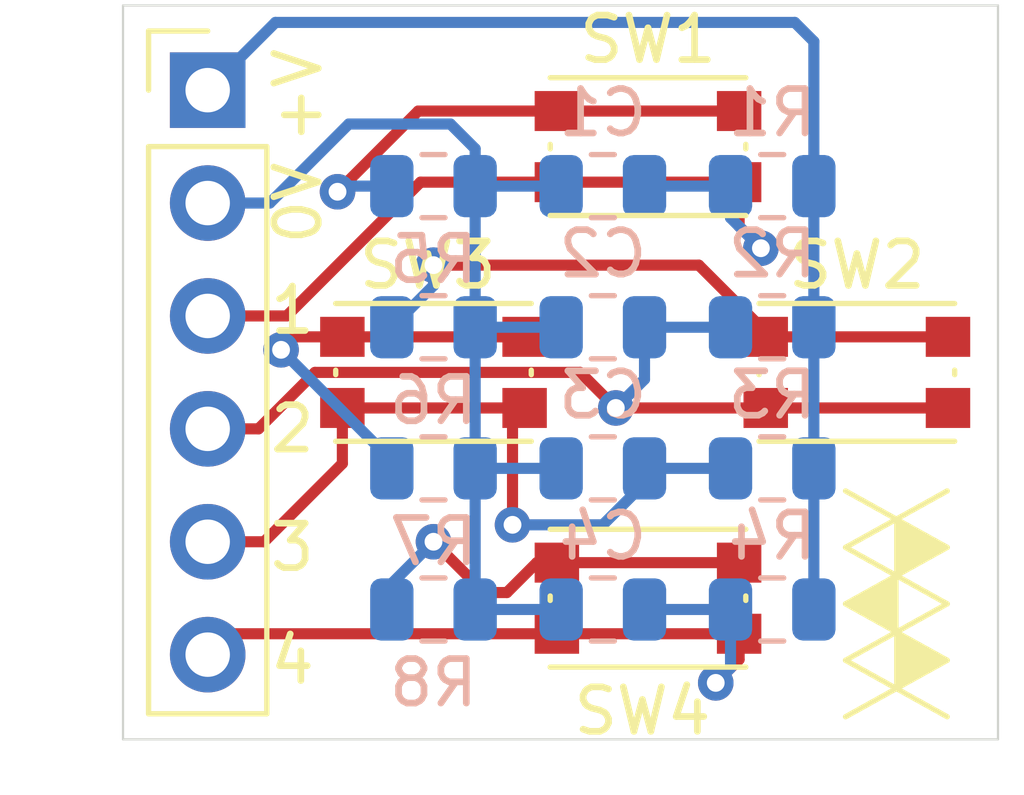
<source format=kicad_pcb>
(kicad_pcb (version 20171130) (host pcbnew "(5.1.2)-1")

  (general
    (thickness 1.6)
    (drawings 10)
    (tracks 86)
    (zones 0)
    (modules 18)
    (nets 11)
  )

  (page A4)
  (layers
    (0 F.Cu signal)
    (31 B.Cu signal)
    (32 B.Adhes user)
    (33 F.Adhes user)
    (34 B.Paste user)
    (35 F.Paste user)
    (36 B.SilkS user)
    (37 F.SilkS user)
    (38 B.Mask user)
    (39 F.Mask user)
    (40 Dwgs.User user)
    (41 Cmts.User user)
    (42 Eco1.User user)
    (43 Eco2.User user)
    (44 Edge.Cuts user)
    (45 Margin user)
    (46 B.CrtYd user)
    (47 F.CrtYd user)
    (48 B.Fab user)
    (49 F.Fab user)
  )

  (setup
    (last_trace_width 0.25)
    (trace_clearance 0.2)
    (zone_clearance 0.508)
    (zone_45_only no)
    (trace_min 0.2)
    (via_size 0.8)
    (via_drill 0.4)
    (via_min_size 0.4)
    (via_min_drill 0.3)
    (uvia_size 0.3)
    (uvia_drill 0.1)
    (uvias_allowed no)
    (uvia_min_size 0.2)
    (uvia_min_drill 0.1)
    (edge_width 0.05)
    (segment_width 0.2)
    (pcb_text_width 0.3)
    (pcb_text_size 1.5 1.5)
    (mod_edge_width 0.12)
    (mod_text_size 1 1)
    (mod_text_width 0.15)
    (pad_size 1.524 1.524)
    (pad_drill 0.762)
    (pad_to_mask_clearance 0.051)
    (solder_mask_min_width 0.25)
    (aux_axis_origin 0 0)
    (visible_elements 7FFFFFFF)
    (pcbplotparams
      (layerselection 0x010fc_ffffffff)
      (usegerberextensions false)
      (usegerberattributes false)
      (usegerberadvancedattributes false)
      (creategerberjobfile false)
      (excludeedgelayer true)
      (linewidth 0.100000)
      (plotframeref false)
      (viasonmask false)
      (mode 1)
      (useauxorigin false)
      (hpglpennumber 1)
      (hpglpenspeed 20)
      (hpglpendiameter 15.000000)
      (psnegative false)
      (psa4output false)
      (plotreference true)
      (plotvalue true)
      (plotinvisibletext false)
      (padsonsilk false)
      (subtractmaskfromsilk false)
      (outputformat 1)
      (mirror false)
      (drillshape 0)
      (scaleselection 1)
      (outputdirectory "gbr/"))
  )

  (net 0 "")
  (net 1 GND)
  (net 2 OUT1)
  (net 3 OUT2)
  (net 4 OUT3)
  (net 5 OUT4)
  (net 6 +V)
  (net 7 "Net-(R5-Pad1)")
  (net 8 "Net-(R6-Pad1)")
  (net 9 "Net-(R7-Pad1)")
  (net 10 "Net-(R8-Pad1)")

  (net_class Default "This is the default net class."
    (clearance 0.2)
    (trace_width 0.25)
    (via_dia 0.8)
    (via_drill 0.4)
    (uvia_dia 0.3)
    (uvia_drill 0.1)
    (add_net +V)
    (add_net GND)
    (add_net "Net-(R5-Pad1)")
    (add_net "Net-(R6-Pad1)")
    (add_net "Net-(R7-Pad1)")
    (add_net "Net-(R8-Pad1)")
    (add_net OUT1)
    (add_net OUT2)
    (add_net OUT3)
    (add_net OUT4)
  )

  (module Symbol:Logo_WM (layer F.Cu) (tedit 5EA02B73) (tstamp 5EA56D2C)
    (at 122.174 92.837 90)
    (fp_text reference REF** (at 0 -2.286 90) (layer F.SilkS) hide
      (effects (font (size 1 1) (thickness 0.15)))
    )
    (fp_text value Logo_WM (at 0 2.032 90) (layer F.Fab)
      (effects (font (size 1 1) (thickness 0.15)))
    )
    (fp_poly (pts (xy 0.635 0) (xy 1.905 0) (xy 1.27 1.143)) (layer F.SilkS) (width 0.1))
    (fp_poly (pts (xy -0.635 0) (xy 0.635 0) (xy 0 -1.143)) (layer F.SilkS) (width 0.1))
    (fp_poly (pts (xy -1.905 0) (xy -0.635 0) (xy -1.27 1.143)) (layer F.SilkS) (width 0.1))
    (fp_line (start 1.905 0) (end 2.54 1.143) (layer F.SilkS) (width 0.12))
    (fp_line (start 2.54 -1.143) (end 1.905 0) (layer F.SilkS) (width 0.12))
    (fp_line (start -2.54 1.143) (end -1.905 0) (layer F.SilkS) (width 0.12))
    (fp_line (start -1.905 0) (end -2.54 -1.143) (layer F.SilkS) (width 0.12))
    (fp_line (start -0.635 0) (end -1.27 -1.143) (layer F.SilkS) (width 0.12))
    (fp_line (start -1.905 0) (end -1.27 1.143) (layer F.SilkS) (width 0.12))
    (fp_line (start -1.27 -1.143) (end -1.905 0) (layer F.SilkS) (width 0.12))
    (fp_line (start -1.27 1.143) (end -0.635 0) (layer F.SilkS) (width 0.12))
    (fp_line (start 1.27 -1.143) (end 0.635 0) (layer F.SilkS) (width 0.12))
    (fp_line (start 0.635 0) (end 1.27 1.143) (layer F.SilkS) (width 0.12))
    (fp_line (start 1.27 1.143) (end 1.905 0) (layer F.SilkS) (width 0.12))
    (fp_line (start 1.905 0) (end 1.27 -1.143) (layer F.SilkS) (width 0.12))
    (fp_line (start 0.635 0) (end 0 -1.143) (layer F.SilkS) (width 0.12))
    (fp_line (start 0 1.143) (end 0.635 0) (layer F.SilkS) (width 0.12))
    (fp_line (start -0.635 0) (end 0 1.143) (layer F.SilkS) (width 0.12))
    (fp_line (start 0 -1.143) (end -0.635 0) (layer F.SilkS) (width 0.12))
  )

  (module Button_Switch_SMD:SW_Push_1P1T_NO_CK_KMR2 (layer F.Cu) (tedit 5A02FC95) (tstamp 5EA5536B)
    (at 116.586 92.71)
    (descr "CK components KMR2 tactile switch http://www.ckswitches.com/media/1479/kmr2.pdf")
    (tags "tactile switch kmr2")
    (path /5EA75854)
    (attr smd)
    (fp_text reference SW4 (at -0.127 2.54 180) (layer F.SilkS)
      (effects (font (size 1 1) (thickness 0.15)))
    )
    (fp_text value SW_Push (at 0 2.55) (layer F.Fab)
      (effects (font (size 1 1) (thickness 0.15)))
    )
    (fp_line (start -2.2 0.05) (end -2.2 -0.05) (layer F.SilkS) (width 0.12))
    (fp_line (start 2.2 -1.55) (end -2.2 -1.55) (layer F.SilkS) (width 0.12))
    (fp_line (start -2.2 1.55) (end 2.2 1.55) (layer F.SilkS) (width 0.12))
    (fp_circle (center 0 0) (end 0 0.8) (layer F.Fab) (width 0.1))
    (fp_line (start -2.8 1.8) (end -2.8 -1.8) (layer F.CrtYd) (width 0.05))
    (fp_line (start 2.8 1.8) (end -2.8 1.8) (layer F.CrtYd) (width 0.05))
    (fp_line (start 2.8 -1.8) (end 2.8 1.8) (layer F.CrtYd) (width 0.05))
    (fp_line (start -2.8 -1.8) (end 2.8 -1.8) (layer F.CrtYd) (width 0.05))
    (fp_line (start 2.2 0.05) (end 2.2 -0.05) (layer F.SilkS) (width 0.12))
    (fp_line (start -2.1 1.4) (end -2.1 -1.4) (layer F.Fab) (width 0.1))
    (fp_line (start 2.1 1.4) (end -2.1 1.4) (layer F.Fab) (width 0.1))
    (fp_line (start 2.1 -1.4) (end 2.1 1.4) (layer F.Fab) (width 0.1))
    (fp_line (start -2.1 -1.4) (end 2.1 -1.4) (layer F.Fab) (width 0.1))
    (fp_text user %R (at 0 -2.45) (layer F.Fab)
      (effects (font (size 1 1) (thickness 0.15)))
    )
    (pad 2 smd rect (at 2.05 0.8 90) (size 0.9 1) (layers F.Cu F.Paste F.Mask)
      (net 5 OUT4))
    (pad 1 smd rect (at 2.05 -0.8 90) (size 0.9 1) (layers F.Cu F.Paste F.Mask)
      (net 10 "Net-(R8-Pad1)"))
    (pad 2 smd rect (at -2.05 0.8 90) (size 0.9 1) (layers F.Cu F.Paste F.Mask)
      (net 5 OUT4))
    (pad 1 smd rect (at -2.05 -0.8 90) (size 0.9 1) (layers F.Cu F.Paste F.Mask)
      (net 10 "Net-(R8-Pad1)"))
    (model ${KISYS3DMOD}/Button_Switch_SMD.3dshapes/SW_Push_1P1T_NO_CK_KMR2.wrl
      (at (xyz 0 0 0))
      (scale (xyz 1 1 1))
      (rotate (xyz 0 0 0))
    )
  )

  (module Button_Switch_SMD:SW_Push_1P1T_NO_CK_KMR2 (layer F.Cu) (tedit 5A02FC95) (tstamp 5EA55355)
    (at 111.76 87.63)
    (descr "CK components KMR2 tactile switch http://www.ckswitches.com/media/1479/kmr2.pdf")
    (tags "tactile switch kmr2")
    (path /5EA73A37)
    (attr smd)
    (fp_text reference SW3 (at -0.127 -2.413 180) (layer F.SilkS)
      (effects (font (size 1 1) (thickness 0.15)))
    )
    (fp_text value SW_Push (at 0 2.55) (layer F.Fab)
      (effects (font (size 1 1) (thickness 0.15)))
    )
    (fp_line (start -2.2 0.05) (end -2.2 -0.05) (layer F.SilkS) (width 0.12))
    (fp_line (start 2.2 -1.55) (end -2.2 -1.55) (layer F.SilkS) (width 0.12))
    (fp_line (start -2.2 1.55) (end 2.2 1.55) (layer F.SilkS) (width 0.12))
    (fp_circle (center 0 0) (end 0 0.8) (layer F.Fab) (width 0.1))
    (fp_line (start -2.8 1.8) (end -2.8 -1.8) (layer F.CrtYd) (width 0.05))
    (fp_line (start 2.8 1.8) (end -2.8 1.8) (layer F.CrtYd) (width 0.05))
    (fp_line (start 2.8 -1.8) (end 2.8 1.8) (layer F.CrtYd) (width 0.05))
    (fp_line (start -2.8 -1.8) (end 2.8 -1.8) (layer F.CrtYd) (width 0.05))
    (fp_line (start 2.2 0.05) (end 2.2 -0.05) (layer F.SilkS) (width 0.12))
    (fp_line (start -2.1 1.4) (end -2.1 -1.4) (layer F.Fab) (width 0.1))
    (fp_line (start 2.1 1.4) (end -2.1 1.4) (layer F.Fab) (width 0.1))
    (fp_line (start 2.1 -1.4) (end 2.1 1.4) (layer F.Fab) (width 0.1))
    (fp_line (start -2.1 -1.4) (end 2.1 -1.4) (layer F.Fab) (width 0.1))
    (fp_text user %R (at 0 -2.45) (layer F.Fab)
      (effects (font (size 1 1) (thickness 0.15)))
    )
    (pad 2 smd rect (at 2.05 0.8 90) (size 0.9 1) (layers F.Cu F.Paste F.Mask)
      (net 4 OUT3))
    (pad 1 smd rect (at 2.05 -0.8 90) (size 0.9 1) (layers F.Cu F.Paste F.Mask)
      (net 9 "Net-(R7-Pad1)"))
    (pad 2 smd rect (at -2.05 0.8 90) (size 0.9 1) (layers F.Cu F.Paste F.Mask)
      (net 4 OUT3))
    (pad 1 smd rect (at -2.05 -0.8 90) (size 0.9 1) (layers F.Cu F.Paste F.Mask)
      (net 9 "Net-(R7-Pad1)"))
    (model ${KISYS3DMOD}/Button_Switch_SMD.3dshapes/SW_Push_1P1T_NO_CK_KMR2.wrl
      (at (xyz 0 0 0))
      (scale (xyz 1 1 1))
      (rotate (xyz 0 0 0))
    )
  )

  (module Button_Switch_SMD:SW_Push_1P1T_NO_CK_KMR2 (layer F.Cu) (tedit 5A02FC95) (tstamp 5EA5533F)
    (at 121.285 87.63)
    (descr "CK components KMR2 tactile switch http://www.ckswitches.com/media/1479/kmr2.pdf")
    (tags "tactile switch kmr2")
    (path /5EA70590)
    (attr smd)
    (fp_text reference SW2 (at 0 -2.413 180) (layer F.SilkS)
      (effects (font (size 1 1) (thickness 0.15)))
    )
    (fp_text value SW_Push (at 0 2.55) (layer F.Fab)
      (effects (font (size 1 1) (thickness 0.15)))
    )
    (fp_line (start -2.2 0.05) (end -2.2 -0.05) (layer F.SilkS) (width 0.12))
    (fp_line (start 2.2 -1.55) (end -2.2 -1.55) (layer F.SilkS) (width 0.12))
    (fp_line (start -2.2 1.55) (end 2.2 1.55) (layer F.SilkS) (width 0.12))
    (fp_circle (center 0 0) (end 0 0.8) (layer F.Fab) (width 0.1))
    (fp_line (start -2.8 1.8) (end -2.8 -1.8) (layer F.CrtYd) (width 0.05))
    (fp_line (start 2.8 1.8) (end -2.8 1.8) (layer F.CrtYd) (width 0.05))
    (fp_line (start 2.8 -1.8) (end 2.8 1.8) (layer F.CrtYd) (width 0.05))
    (fp_line (start -2.8 -1.8) (end 2.8 -1.8) (layer F.CrtYd) (width 0.05))
    (fp_line (start 2.2 0.05) (end 2.2 -0.05) (layer F.SilkS) (width 0.12))
    (fp_line (start -2.1 1.4) (end -2.1 -1.4) (layer F.Fab) (width 0.1))
    (fp_line (start 2.1 1.4) (end -2.1 1.4) (layer F.Fab) (width 0.1))
    (fp_line (start 2.1 -1.4) (end 2.1 1.4) (layer F.Fab) (width 0.1))
    (fp_line (start -2.1 -1.4) (end 2.1 -1.4) (layer F.Fab) (width 0.1))
    (fp_text user %R (at 0 -2.45) (layer F.Fab)
      (effects (font (size 1 1) (thickness 0.15)))
    )
    (pad 2 smd rect (at 2.05 0.8 90) (size 0.9 1) (layers F.Cu F.Paste F.Mask)
      (net 3 OUT2))
    (pad 1 smd rect (at 2.05 -0.8 90) (size 0.9 1) (layers F.Cu F.Paste F.Mask)
      (net 8 "Net-(R6-Pad1)"))
    (pad 2 smd rect (at -2.05 0.8 90) (size 0.9 1) (layers F.Cu F.Paste F.Mask)
      (net 3 OUT2))
    (pad 1 smd rect (at -2.05 -0.8 90) (size 0.9 1) (layers F.Cu F.Paste F.Mask)
      (net 8 "Net-(R6-Pad1)"))
    (model ${KISYS3DMOD}/Button_Switch_SMD.3dshapes/SW_Push_1P1T_NO_CK_KMR2.wrl
      (at (xyz 0 0 0))
      (scale (xyz 1 1 1))
      (rotate (xyz 0 0 0))
    )
  )

  (module Button_Switch_SMD:SW_Push_1P1T_NO_CK_KMR2 (layer F.Cu) (tedit 5A02FC95) (tstamp 5EA55329)
    (at 116.586 82.55)
    (descr "CK components KMR2 tactile switch http://www.ckswitches.com/media/1479/kmr2.pdf")
    (tags "tactile switch kmr2")
    (path /5EA67D0D)
    (attr smd)
    (fp_text reference SW1 (at 0 -2.413 180) (layer F.SilkS)
      (effects (font (size 1 1) (thickness 0.15)))
    )
    (fp_text value SW_Push (at 0 2.55) (layer F.Fab)
      (effects (font (size 1 1) (thickness 0.15)))
    )
    (fp_line (start -2.2 0.05) (end -2.2 -0.05) (layer F.SilkS) (width 0.12))
    (fp_line (start 2.2 -1.55) (end -2.2 -1.55) (layer F.SilkS) (width 0.12))
    (fp_line (start -2.2 1.55) (end 2.2 1.55) (layer F.SilkS) (width 0.12))
    (fp_circle (center 0 0) (end 0 0.8) (layer F.Fab) (width 0.1))
    (fp_line (start -2.8 1.8) (end -2.8 -1.8) (layer F.CrtYd) (width 0.05))
    (fp_line (start 2.8 1.8) (end -2.8 1.8) (layer F.CrtYd) (width 0.05))
    (fp_line (start 2.8 -1.8) (end 2.8 1.8) (layer F.CrtYd) (width 0.05))
    (fp_line (start -2.8 -1.8) (end 2.8 -1.8) (layer F.CrtYd) (width 0.05))
    (fp_line (start 2.2 0.05) (end 2.2 -0.05) (layer F.SilkS) (width 0.12))
    (fp_line (start -2.1 1.4) (end -2.1 -1.4) (layer F.Fab) (width 0.1))
    (fp_line (start 2.1 1.4) (end -2.1 1.4) (layer F.Fab) (width 0.1))
    (fp_line (start 2.1 -1.4) (end 2.1 1.4) (layer F.Fab) (width 0.1))
    (fp_line (start -2.1 -1.4) (end 2.1 -1.4) (layer F.Fab) (width 0.1))
    (fp_text user %R (at 0 -2.45) (layer F.Fab)
      (effects (font (size 1 1) (thickness 0.15)))
    )
    (pad 2 smd rect (at 2.05 0.8 90) (size 0.9 1) (layers F.Cu F.Paste F.Mask)
      (net 2 OUT1))
    (pad 1 smd rect (at 2.05 -0.8 90) (size 0.9 1) (layers F.Cu F.Paste F.Mask)
      (net 7 "Net-(R5-Pad1)"))
    (pad 2 smd rect (at -2.05 0.8 90) (size 0.9 1) (layers F.Cu F.Paste F.Mask)
      (net 2 OUT1))
    (pad 1 smd rect (at -2.05 -0.8 90) (size 0.9 1) (layers F.Cu F.Paste F.Mask)
      (net 7 "Net-(R5-Pad1)"))
    (model ${KISYS3DMOD}/Button_Switch_SMD.3dshapes/SW_Push_1P1T_NO_CK_KMR2.wrl
      (at (xyz 0 0 0))
      (scale (xyz 1 1 1))
      (rotate (xyz 0 0 0))
    )
  )

  (module Resistor_SMD:R_0805_2012Metric (layer B.Cu) (tedit 5B36C52B) (tstamp 5EA55313)
    (at 111.76 92.964)
    (descr "Resistor SMD 0805 (2012 Metric), square (rectangular) end terminal, IPC_7351 nominal, (Body size source: https://docs.google.com/spreadsheets/d/1BsfQQcO9C6DZCsRaXUlFlo91Tg2WpOkGARC1WS5S8t0/edit?usp=sharing), generated with kicad-footprint-generator")
    (tags resistor)
    (path /5EA7585A)
    (attr smd)
    (fp_text reference R8 (at 0 1.65) (layer B.SilkS)
      (effects (font (size 1 1) (thickness 0.15)) (justify mirror))
    )
    (fp_text value 1kR (at 0 -1.65) (layer B.Fab)
      (effects (font (size 1 1) (thickness 0.15)) (justify mirror))
    )
    (fp_text user %R (at 0 0) (layer B.Fab)
      (effects (font (size 0.5 0.5) (thickness 0.08)) (justify mirror))
    )
    (fp_line (start 1.68 -0.95) (end -1.68 -0.95) (layer B.CrtYd) (width 0.05))
    (fp_line (start 1.68 0.95) (end 1.68 -0.95) (layer B.CrtYd) (width 0.05))
    (fp_line (start -1.68 0.95) (end 1.68 0.95) (layer B.CrtYd) (width 0.05))
    (fp_line (start -1.68 -0.95) (end -1.68 0.95) (layer B.CrtYd) (width 0.05))
    (fp_line (start -0.258578 -0.71) (end 0.258578 -0.71) (layer B.SilkS) (width 0.12))
    (fp_line (start -0.258578 0.71) (end 0.258578 0.71) (layer B.SilkS) (width 0.12))
    (fp_line (start 1 -0.6) (end -1 -0.6) (layer B.Fab) (width 0.1))
    (fp_line (start 1 0.6) (end 1 -0.6) (layer B.Fab) (width 0.1))
    (fp_line (start -1 0.6) (end 1 0.6) (layer B.Fab) (width 0.1))
    (fp_line (start -1 -0.6) (end -1 0.6) (layer B.Fab) (width 0.1))
    (pad 2 smd roundrect (at 0.9375 0) (size 0.975 1.4) (layers B.Cu B.Paste B.Mask) (roundrect_rratio 0.25)
      (net 1 GND))
    (pad 1 smd roundrect (at -0.9375 0) (size 0.975 1.4) (layers B.Cu B.Paste B.Mask) (roundrect_rratio 0.25)
      (net 10 "Net-(R8-Pad1)"))
    (model ${KISYS3DMOD}/Resistor_SMD.3dshapes/R_0805_2012Metric.wrl
      (at (xyz 0 0 0))
      (scale (xyz 1 1 1))
      (rotate (xyz 0 0 0))
    )
  )

  (module Resistor_SMD:R_0805_2012Metric (layer B.Cu) (tedit 5B36C52B) (tstamp 5EA55302)
    (at 111.76 89.789)
    (descr "Resistor SMD 0805 (2012 Metric), square (rectangular) end terminal, IPC_7351 nominal, (Body size source: https://docs.google.com/spreadsheets/d/1BsfQQcO9C6DZCsRaXUlFlo91Tg2WpOkGARC1WS5S8t0/edit?usp=sharing), generated with kicad-footprint-generator")
    (tags resistor)
    (path /5EA73A3D)
    (attr smd)
    (fp_text reference R7 (at 0 1.65) (layer B.SilkS)
      (effects (font (size 1 1) (thickness 0.15)) (justify mirror))
    )
    (fp_text value 1kR (at 0 -1.65) (layer B.Fab)
      (effects (font (size 1 1) (thickness 0.15)) (justify mirror))
    )
    (fp_text user %R (at 0 0) (layer B.Fab)
      (effects (font (size 0.5 0.5) (thickness 0.08)) (justify mirror))
    )
    (fp_line (start 1.68 -0.95) (end -1.68 -0.95) (layer B.CrtYd) (width 0.05))
    (fp_line (start 1.68 0.95) (end 1.68 -0.95) (layer B.CrtYd) (width 0.05))
    (fp_line (start -1.68 0.95) (end 1.68 0.95) (layer B.CrtYd) (width 0.05))
    (fp_line (start -1.68 -0.95) (end -1.68 0.95) (layer B.CrtYd) (width 0.05))
    (fp_line (start -0.258578 -0.71) (end 0.258578 -0.71) (layer B.SilkS) (width 0.12))
    (fp_line (start -0.258578 0.71) (end 0.258578 0.71) (layer B.SilkS) (width 0.12))
    (fp_line (start 1 -0.6) (end -1 -0.6) (layer B.Fab) (width 0.1))
    (fp_line (start 1 0.6) (end 1 -0.6) (layer B.Fab) (width 0.1))
    (fp_line (start -1 0.6) (end 1 0.6) (layer B.Fab) (width 0.1))
    (fp_line (start -1 -0.6) (end -1 0.6) (layer B.Fab) (width 0.1))
    (pad 2 smd roundrect (at 0.9375 0) (size 0.975 1.4) (layers B.Cu B.Paste B.Mask) (roundrect_rratio 0.25)
      (net 1 GND))
    (pad 1 smd roundrect (at -0.9375 0) (size 0.975 1.4) (layers B.Cu B.Paste B.Mask) (roundrect_rratio 0.25)
      (net 9 "Net-(R7-Pad1)"))
    (model ${KISYS3DMOD}/Resistor_SMD.3dshapes/R_0805_2012Metric.wrl
      (at (xyz 0 0 0))
      (scale (xyz 1 1 1))
      (rotate (xyz 0 0 0))
    )
  )

  (module Resistor_SMD:R_0805_2012Metric (layer B.Cu) (tedit 5B36C52B) (tstamp 5EA552F1)
    (at 111.76 86.614)
    (descr "Resistor SMD 0805 (2012 Metric), square (rectangular) end terminal, IPC_7351 nominal, (Body size source: https://docs.google.com/spreadsheets/d/1BsfQQcO9C6DZCsRaXUlFlo91Tg2WpOkGARC1WS5S8t0/edit?usp=sharing), generated with kicad-footprint-generator")
    (tags resistor)
    (path /5EA70596)
    (attr smd)
    (fp_text reference R6 (at 0 1.65) (layer B.SilkS)
      (effects (font (size 1 1) (thickness 0.15)) (justify mirror))
    )
    (fp_text value 1kR (at 0 -1.65) (layer B.Fab)
      (effects (font (size 1 1) (thickness 0.15)) (justify mirror))
    )
    (fp_text user %R (at 0 0) (layer B.Fab)
      (effects (font (size 0.5 0.5) (thickness 0.08)) (justify mirror))
    )
    (fp_line (start 1.68 -0.95) (end -1.68 -0.95) (layer B.CrtYd) (width 0.05))
    (fp_line (start 1.68 0.95) (end 1.68 -0.95) (layer B.CrtYd) (width 0.05))
    (fp_line (start -1.68 0.95) (end 1.68 0.95) (layer B.CrtYd) (width 0.05))
    (fp_line (start -1.68 -0.95) (end -1.68 0.95) (layer B.CrtYd) (width 0.05))
    (fp_line (start -0.258578 -0.71) (end 0.258578 -0.71) (layer B.SilkS) (width 0.12))
    (fp_line (start -0.258578 0.71) (end 0.258578 0.71) (layer B.SilkS) (width 0.12))
    (fp_line (start 1 -0.6) (end -1 -0.6) (layer B.Fab) (width 0.1))
    (fp_line (start 1 0.6) (end 1 -0.6) (layer B.Fab) (width 0.1))
    (fp_line (start -1 0.6) (end 1 0.6) (layer B.Fab) (width 0.1))
    (fp_line (start -1 -0.6) (end -1 0.6) (layer B.Fab) (width 0.1))
    (pad 2 smd roundrect (at 0.9375 0) (size 0.975 1.4) (layers B.Cu B.Paste B.Mask) (roundrect_rratio 0.25)
      (net 1 GND))
    (pad 1 smd roundrect (at -0.9375 0) (size 0.975 1.4) (layers B.Cu B.Paste B.Mask) (roundrect_rratio 0.25)
      (net 8 "Net-(R6-Pad1)"))
    (model ${KISYS3DMOD}/Resistor_SMD.3dshapes/R_0805_2012Metric.wrl
      (at (xyz 0 0 0))
      (scale (xyz 1 1 1))
      (rotate (xyz 0 0 0))
    )
  )

  (module Resistor_SMD:R_0805_2012Metric (layer B.Cu) (tedit 5B36C52B) (tstamp 5EA552E0)
    (at 111.76 83.439)
    (descr "Resistor SMD 0805 (2012 Metric), square (rectangular) end terminal, IPC_7351 nominal, (Body size source: https://docs.google.com/spreadsheets/d/1BsfQQcO9C6DZCsRaXUlFlo91Tg2WpOkGARC1WS5S8t0/edit?usp=sharing), generated with kicad-footprint-generator")
    (tags resistor)
    (path /5EA68135)
    (attr smd)
    (fp_text reference R5 (at 0 1.65) (layer B.SilkS)
      (effects (font (size 1 1) (thickness 0.15)) (justify mirror))
    )
    (fp_text value 1kR (at 0 -1.65) (layer B.Fab)
      (effects (font (size 1 1) (thickness 0.15)) (justify mirror))
    )
    (fp_text user %R (at 0 0) (layer B.Fab)
      (effects (font (size 0.5 0.5) (thickness 0.08)) (justify mirror))
    )
    (fp_line (start 1.68 -0.95) (end -1.68 -0.95) (layer B.CrtYd) (width 0.05))
    (fp_line (start 1.68 0.95) (end 1.68 -0.95) (layer B.CrtYd) (width 0.05))
    (fp_line (start -1.68 0.95) (end 1.68 0.95) (layer B.CrtYd) (width 0.05))
    (fp_line (start -1.68 -0.95) (end -1.68 0.95) (layer B.CrtYd) (width 0.05))
    (fp_line (start -0.258578 -0.71) (end 0.258578 -0.71) (layer B.SilkS) (width 0.12))
    (fp_line (start -0.258578 0.71) (end 0.258578 0.71) (layer B.SilkS) (width 0.12))
    (fp_line (start 1 -0.6) (end -1 -0.6) (layer B.Fab) (width 0.1))
    (fp_line (start 1 0.6) (end 1 -0.6) (layer B.Fab) (width 0.1))
    (fp_line (start -1 0.6) (end 1 0.6) (layer B.Fab) (width 0.1))
    (fp_line (start -1 -0.6) (end -1 0.6) (layer B.Fab) (width 0.1))
    (pad 2 smd roundrect (at 0.9375 0) (size 0.975 1.4) (layers B.Cu B.Paste B.Mask) (roundrect_rratio 0.25)
      (net 1 GND))
    (pad 1 smd roundrect (at -0.9375 0) (size 0.975 1.4) (layers B.Cu B.Paste B.Mask) (roundrect_rratio 0.25)
      (net 7 "Net-(R5-Pad1)"))
    (model ${KISYS3DMOD}/Resistor_SMD.3dshapes/R_0805_2012Metric.wrl
      (at (xyz 0 0 0))
      (scale (xyz 1 1 1))
      (rotate (xyz 0 0 0))
    )
  )

  (module Resistor_SMD:R_0805_2012Metric (layer B.Cu) (tedit 5B36C52B) (tstamp 5EA552CF)
    (at 119.38 92.964 180)
    (descr "Resistor SMD 0805 (2012 Metric), square (rectangular) end terminal, IPC_7351 nominal, (Body size source: https://docs.google.com/spreadsheets/d/1BsfQQcO9C6DZCsRaXUlFlo91Tg2WpOkGARC1WS5S8t0/edit?usp=sharing), generated with kicad-footprint-generator")
    (tags resistor)
    (path /5EA7584E)
    (attr smd)
    (fp_text reference R4 (at 0 1.65) (layer B.SilkS)
      (effects (font (size 1 1) (thickness 0.15)) (justify mirror))
    )
    (fp_text value 10kR (at 0 -1.65) (layer B.Fab)
      (effects (font (size 1 1) (thickness 0.15)) (justify mirror))
    )
    (fp_text user %R (at 0 0) (layer B.Fab)
      (effects (font (size 0.5 0.5) (thickness 0.08)) (justify mirror))
    )
    (fp_line (start 1.68 -0.95) (end -1.68 -0.95) (layer B.CrtYd) (width 0.05))
    (fp_line (start 1.68 0.95) (end 1.68 -0.95) (layer B.CrtYd) (width 0.05))
    (fp_line (start -1.68 0.95) (end 1.68 0.95) (layer B.CrtYd) (width 0.05))
    (fp_line (start -1.68 -0.95) (end -1.68 0.95) (layer B.CrtYd) (width 0.05))
    (fp_line (start -0.258578 -0.71) (end 0.258578 -0.71) (layer B.SilkS) (width 0.12))
    (fp_line (start -0.258578 0.71) (end 0.258578 0.71) (layer B.SilkS) (width 0.12))
    (fp_line (start 1 -0.6) (end -1 -0.6) (layer B.Fab) (width 0.1))
    (fp_line (start 1 0.6) (end 1 -0.6) (layer B.Fab) (width 0.1))
    (fp_line (start -1 0.6) (end 1 0.6) (layer B.Fab) (width 0.1))
    (fp_line (start -1 -0.6) (end -1 0.6) (layer B.Fab) (width 0.1))
    (pad 2 smd roundrect (at 0.9375 0 180) (size 0.975 1.4) (layers B.Cu B.Paste B.Mask) (roundrect_rratio 0.25)
      (net 5 OUT4))
    (pad 1 smd roundrect (at -0.9375 0 180) (size 0.975 1.4) (layers B.Cu B.Paste B.Mask) (roundrect_rratio 0.25)
      (net 6 +V))
    (model ${KISYS3DMOD}/Resistor_SMD.3dshapes/R_0805_2012Metric.wrl
      (at (xyz 0 0 0))
      (scale (xyz 1 1 1))
      (rotate (xyz 0 0 0))
    )
  )

  (module Resistor_SMD:R_0805_2012Metric (layer B.Cu) (tedit 5B36C52B) (tstamp 5EA552BE)
    (at 119.38 89.789 180)
    (descr "Resistor SMD 0805 (2012 Metric), square (rectangular) end terminal, IPC_7351 nominal, (Body size source: https://docs.google.com/spreadsheets/d/1BsfQQcO9C6DZCsRaXUlFlo91Tg2WpOkGARC1WS5S8t0/edit?usp=sharing), generated with kicad-footprint-generator")
    (tags resistor)
    (path /5EA73A31)
    (attr smd)
    (fp_text reference R3 (at 0 1.65) (layer B.SilkS)
      (effects (font (size 1 1) (thickness 0.15)) (justify mirror))
    )
    (fp_text value 10kR (at 0 -1.65) (layer B.Fab)
      (effects (font (size 1 1) (thickness 0.15)) (justify mirror))
    )
    (fp_text user %R (at 0 0) (layer B.Fab)
      (effects (font (size 0.5 0.5) (thickness 0.08)) (justify mirror))
    )
    (fp_line (start 1.68 -0.95) (end -1.68 -0.95) (layer B.CrtYd) (width 0.05))
    (fp_line (start 1.68 0.95) (end 1.68 -0.95) (layer B.CrtYd) (width 0.05))
    (fp_line (start -1.68 0.95) (end 1.68 0.95) (layer B.CrtYd) (width 0.05))
    (fp_line (start -1.68 -0.95) (end -1.68 0.95) (layer B.CrtYd) (width 0.05))
    (fp_line (start -0.258578 -0.71) (end 0.258578 -0.71) (layer B.SilkS) (width 0.12))
    (fp_line (start -0.258578 0.71) (end 0.258578 0.71) (layer B.SilkS) (width 0.12))
    (fp_line (start 1 -0.6) (end -1 -0.6) (layer B.Fab) (width 0.1))
    (fp_line (start 1 0.6) (end 1 -0.6) (layer B.Fab) (width 0.1))
    (fp_line (start -1 0.6) (end 1 0.6) (layer B.Fab) (width 0.1))
    (fp_line (start -1 -0.6) (end -1 0.6) (layer B.Fab) (width 0.1))
    (pad 2 smd roundrect (at 0.9375 0 180) (size 0.975 1.4) (layers B.Cu B.Paste B.Mask) (roundrect_rratio 0.25)
      (net 4 OUT3))
    (pad 1 smd roundrect (at -0.9375 0 180) (size 0.975 1.4) (layers B.Cu B.Paste B.Mask) (roundrect_rratio 0.25)
      (net 6 +V))
    (model ${KISYS3DMOD}/Resistor_SMD.3dshapes/R_0805_2012Metric.wrl
      (at (xyz 0 0 0))
      (scale (xyz 1 1 1))
      (rotate (xyz 0 0 0))
    )
  )

  (module Resistor_SMD:R_0805_2012Metric (layer B.Cu) (tedit 5B36C52B) (tstamp 5EA552AD)
    (at 119.38 86.614 180)
    (descr "Resistor SMD 0805 (2012 Metric), square (rectangular) end terminal, IPC_7351 nominal, (Body size source: https://docs.google.com/spreadsheets/d/1BsfQQcO9C6DZCsRaXUlFlo91Tg2WpOkGARC1WS5S8t0/edit?usp=sharing), generated with kicad-footprint-generator")
    (tags resistor)
    (path /5EA7058A)
    (attr smd)
    (fp_text reference R2 (at 0 1.65) (layer B.SilkS)
      (effects (font (size 1 1) (thickness 0.15)) (justify mirror))
    )
    (fp_text value 10kR (at 0 -1.65) (layer B.Fab)
      (effects (font (size 1 1) (thickness 0.15)) (justify mirror))
    )
    (fp_text user %R (at 0 0) (layer B.Fab)
      (effects (font (size 0.5 0.5) (thickness 0.08)) (justify mirror))
    )
    (fp_line (start 1.68 -0.95) (end -1.68 -0.95) (layer B.CrtYd) (width 0.05))
    (fp_line (start 1.68 0.95) (end 1.68 -0.95) (layer B.CrtYd) (width 0.05))
    (fp_line (start -1.68 0.95) (end 1.68 0.95) (layer B.CrtYd) (width 0.05))
    (fp_line (start -1.68 -0.95) (end -1.68 0.95) (layer B.CrtYd) (width 0.05))
    (fp_line (start -0.258578 -0.71) (end 0.258578 -0.71) (layer B.SilkS) (width 0.12))
    (fp_line (start -0.258578 0.71) (end 0.258578 0.71) (layer B.SilkS) (width 0.12))
    (fp_line (start 1 -0.6) (end -1 -0.6) (layer B.Fab) (width 0.1))
    (fp_line (start 1 0.6) (end 1 -0.6) (layer B.Fab) (width 0.1))
    (fp_line (start -1 0.6) (end 1 0.6) (layer B.Fab) (width 0.1))
    (fp_line (start -1 -0.6) (end -1 0.6) (layer B.Fab) (width 0.1))
    (pad 2 smd roundrect (at 0.9375 0 180) (size 0.975 1.4) (layers B.Cu B.Paste B.Mask) (roundrect_rratio 0.25)
      (net 3 OUT2))
    (pad 1 smd roundrect (at -0.9375 0 180) (size 0.975 1.4) (layers B.Cu B.Paste B.Mask) (roundrect_rratio 0.25)
      (net 6 +V))
    (model ${KISYS3DMOD}/Resistor_SMD.3dshapes/R_0805_2012Metric.wrl
      (at (xyz 0 0 0))
      (scale (xyz 1 1 1))
      (rotate (xyz 0 0 0))
    )
  )

  (module Resistor_SMD:R_0805_2012Metric (layer B.Cu) (tedit 5B36C52B) (tstamp 5EA5529C)
    (at 119.38 83.439 180)
    (descr "Resistor SMD 0805 (2012 Metric), square (rectangular) end terminal, IPC_7351 nominal, (Body size source: https://docs.google.com/spreadsheets/d/1BsfQQcO9C6DZCsRaXUlFlo91Tg2WpOkGARC1WS5S8t0/edit?usp=sharing), generated with kicad-footprint-generator")
    (tags resistor)
    (path /5EA67819)
    (attr smd)
    (fp_text reference R1 (at 0 1.65) (layer B.SilkS)
      (effects (font (size 1 1) (thickness 0.15)) (justify mirror))
    )
    (fp_text value 10kR (at 0 -1.65) (layer B.Fab)
      (effects (font (size 1 1) (thickness 0.15)) (justify mirror))
    )
    (fp_text user %R (at 0 0) (layer B.Fab)
      (effects (font (size 0.5 0.5) (thickness 0.08)) (justify mirror))
    )
    (fp_line (start 1.68 -0.95) (end -1.68 -0.95) (layer B.CrtYd) (width 0.05))
    (fp_line (start 1.68 0.95) (end 1.68 -0.95) (layer B.CrtYd) (width 0.05))
    (fp_line (start -1.68 0.95) (end 1.68 0.95) (layer B.CrtYd) (width 0.05))
    (fp_line (start -1.68 -0.95) (end -1.68 0.95) (layer B.CrtYd) (width 0.05))
    (fp_line (start -0.258578 -0.71) (end 0.258578 -0.71) (layer B.SilkS) (width 0.12))
    (fp_line (start -0.258578 0.71) (end 0.258578 0.71) (layer B.SilkS) (width 0.12))
    (fp_line (start 1 -0.6) (end -1 -0.6) (layer B.Fab) (width 0.1))
    (fp_line (start 1 0.6) (end 1 -0.6) (layer B.Fab) (width 0.1))
    (fp_line (start -1 0.6) (end 1 0.6) (layer B.Fab) (width 0.1))
    (fp_line (start -1 -0.6) (end -1 0.6) (layer B.Fab) (width 0.1))
    (pad 2 smd roundrect (at 0.9375 0 180) (size 0.975 1.4) (layers B.Cu B.Paste B.Mask) (roundrect_rratio 0.25)
      (net 2 OUT1))
    (pad 1 smd roundrect (at -0.9375 0 180) (size 0.975 1.4) (layers B.Cu B.Paste B.Mask) (roundrect_rratio 0.25)
      (net 6 +V))
    (model ${KISYS3DMOD}/Resistor_SMD.3dshapes/R_0805_2012Metric.wrl
      (at (xyz 0 0 0))
      (scale (xyz 1 1 1))
      (rotate (xyz 0 0 0))
    )
  )

  (module Connector_PinHeader_2.54mm:PinHeader_1x06_P2.54mm_Vertical (layer F.Cu) (tedit 59FED5CC) (tstamp 5EA5528B)
    (at 106.68 81.28)
    (descr "Through hole straight pin header, 1x06, 2.54mm pitch, single row")
    (tags "Through hole pin header THT 1x06 2.54mm single row")
    (path /5EA78B18)
    (fp_text reference J1 (at 0 -2.33) (layer F.SilkS) hide
      (effects (font (size 1 1) (thickness 0.15)))
    )
    (fp_text value Conn_01x06 (at 0 15.03) (layer F.Fab)
      (effects (font (size 1 1) (thickness 0.15)))
    )
    (fp_text user %R (at 0 6.35 90) (layer F.Fab)
      (effects (font (size 1 1) (thickness 0.15)))
    )
    (fp_line (start 1.8 -1.8) (end -1.8 -1.8) (layer F.CrtYd) (width 0.05))
    (fp_line (start 1.8 14.5) (end 1.8 -1.8) (layer F.CrtYd) (width 0.05))
    (fp_line (start -1.8 14.5) (end 1.8 14.5) (layer F.CrtYd) (width 0.05))
    (fp_line (start -1.8 -1.8) (end -1.8 14.5) (layer F.CrtYd) (width 0.05))
    (fp_line (start -1.33 -1.33) (end 0 -1.33) (layer F.SilkS) (width 0.12))
    (fp_line (start -1.33 0) (end -1.33 -1.33) (layer F.SilkS) (width 0.12))
    (fp_line (start -1.33 1.27) (end 1.33 1.27) (layer F.SilkS) (width 0.12))
    (fp_line (start 1.33 1.27) (end 1.33 14.03) (layer F.SilkS) (width 0.12))
    (fp_line (start -1.33 1.27) (end -1.33 14.03) (layer F.SilkS) (width 0.12))
    (fp_line (start -1.33 14.03) (end 1.33 14.03) (layer F.SilkS) (width 0.12))
    (fp_line (start -1.27 -0.635) (end -0.635 -1.27) (layer F.Fab) (width 0.1))
    (fp_line (start -1.27 13.97) (end -1.27 -0.635) (layer F.Fab) (width 0.1))
    (fp_line (start 1.27 13.97) (end -1.27 13.97) (layer F.Fab) (width 0.1))
    (fp_line (start 1.27 -1.27) (end 1.27 13.97) (layer F.Fab) (width 0.1))
    (fp_line (start -0.635 -1.27) (end 1.27 -1.27) (layer F.Fab) (width 0.1))
    (pad 6 thru_hole oval (at 0 12.7) (size 1.7 1.7) (drill 1) (layers *.Cu *.Mask)
      (net 5 OUT4))
    (pad 5 thru_hole oval (at 0 10.16) (size 1.7 1.7) (drill 1) (layers *.Cu *.Mask)
      (net 4 OUT3))
    (pad 4 thru_hole oval (at 0 7.62) (size 1.7 1.7) (drill 1) (layers *.Cu *.Mask)
      (net 3 OUT2))
    (pad 3 thru_hole oval (at 0 5.08) (size 1.7 1.7) (drill 1) (layers *.Cu *.Mask)
      (net 2 OUT1))
    (pad 2 thru_hole oval (at 0 2.54) (size 1.7 1.7) (drill 1) (layers *.Cu *.Mask)
      (net 1 GND))
    (pad 1 thru_hole rect (at 0 0) (size 1.7 1.7) (drill 1) (layers *.Cu *.Mask)
      (net 6 +V))
    (model ${KISYS3DMOD}/Connector_PinHeader_2.54mm.3dshapes/PinHeader_1x06_P2.54mm_Vertical.wrl
      (at (xyz 0 0 0))
      (scale (xyz 1 1 1))
      (rotate (xyz 0 0 0))
    )
  )

  (module Capacitor_SMD:C_0805_2012Metric (layer B.Cu) (tedit 5B36C52B) (tstamp 5EA55271)
    (at 115.57 92.964 180)
    (descr "Capacitor SMD 0805 (2012 Metric), square (rectangular) end terminal, IPC_7351 nominal, (Body size source: https://docs.google.com/spreadsheets/d/1BsfQQcO9C6DZCsRaXUlFlo91Tg2WpOkGARC1WS5S8t0/edit?usp=sharing), generated with kicad-footprint-generator")
    (tags capacitor)
    (path /5EA75848)
    (attr smd)
    (fp_text reference C4 (at 0 1.65) (layer B.SilkS)
      (effects (font (size 1 1) (thickness 0.15)) (justify mirror))
    )
    (fp_text value 1pF (at 0 -1.65) (layer B.Fab)
      (effects (font (size 1 1) (thickness 0.15)) (justify mirror))
    )
    (fp_text user %R (at 0 0) (layer B.Fab)
      (effects (font (size 0.5 0.5) (thickness 0.08)) (justify mirror))
    )
    (fp_line (start 1.68 -0.95) (end -1.68 -0.95) (layer B.CrtYd) (width 0.05))
    (fp_line (start 1.68 0.95) (end 1.68 -0.95) (layer B.CrtYd) (width 0.05))
    (fp_line (start -1.68 0.95) (end 1.68 0.95) (layer B.CrtYd) (width 0.05))
    (fp_line (start -1.68 -0.95) (end -1.68 0.95) (layer B.CrtYd) (width 0.05))
    (fp_line (start -0.258578 -0.71) (end 0.258578 -0.71) (layer B.SilkS) (width 0.12))
    (fp_line (start -0.258578 0.71) (end 0.258578 0.71) (layer B.SilkS) (width 0.12))
    (fp_line (start 1 -0.6) (end -1 -0.6) (layer B.Fab) (width 0.1))
    (fp_line (start 1 0.6) (end 1 -0.6) (layer B.Fab) (width 0.1))
    (fp_line (start -1 0.6) (end 1 0.6) (layer B.Fab) (width 0.1))
    (fp_line (start -1 -0.6) (end -1 0.6) (layer B.Fab) (width 0.1))
    (pad 2 smd roundrect (at 0.9375 0 180) (size 0.975 1.4) (layers B.Cu B.Paste B.Mask) (roundrect_rratio 0.25)
      (net 1 GND))
    (pad 1 smd roundrect (at -0.9375 0 180) (size 0.975 1.4) (layers B.Cu B.Paste B.Mask) (roundrect_rratio 0.25)
      (net 5 OUT4))
    (model ${KISYS3DMOD}/Capacitor_SMD.3dshapes/C_0805_2012Metric.wrl
      (at (xyz 0 0 0))
      (scale (xyz 1 1 1))
      (rotate (xyz 0 0 0))
    )
  )

  (module Capacitor_SMD:C_0805_2012Metric (layer B.Cu) (tedit 5B36C52B) (tstamp 5EA55260)
    (at 115.57 89.789 180)
    (descr "Capacitor SMD 0805 (2012 Metric), square (rectangular) end terminal, IPC_7351 nominal, (Body size source: https://docs.google.com/spreadsheets/d/1BsfQQcO9C6DZCsRaXUlFlo91Tg2WpOkGARC1WS5S8t0/edit?usp=sharing), generated with kicad-footprint-generator")
    (tags capacitor)
    (path /5EA73A2B)
    (attr smd)
    (fp_text reference C3 (at 0 1.65) (layer B.SilkS)
      (effects (font (size 1 1) (thickness 0.15)) (justify mirror))
    )
    (fp_text value 1pF (at 0 -1.65) (layer B.Fab)
      (effects (font (size 1 1) (thickness 0.15)) (justify mirror))
    )
    (fp_text user %R (at 0 0) (layer B.Fab)
      (effects (font (size 0.5 0.5) (thickness 0.08)) (justify mirror))
    )
    (fp_line (start 1.68 -0.95) (end -1.68 -0.95) (layer B.CrtYd) (width 0.05))
    (fp_line (start 1.68 0.95) (end 1.68 -0.95) (layer B.CrtYd) (width 0.05))
    (fp_line (start -1.68 0.95) (end 1.68 0.95) (layer B.CrtYd) (width 0.05))
    (fp_line (start -1.68 -0.95) (end -1.68 0.95) (layer B.CrtYd) (width 0.05))
    (fp_line (start -0.258578 -0.71) (end 0.258578 -0.71) (layer B.SilkS) (width 0.12))
    (fp_line (start -0.258578 0.71) (end 0.258578 0.71) (layer B.SilkS) (width 0.12))
    (fp_line (start 1 -0.6) (end -1 -0.6) (layer B.Fab) (width 0.1))
    (fp_line (start 1 0.6) (end 1 -0.6) (layer B.Fab) (width 0.1))
    (fp_line (start -1 0.6) (end 1 0.6) (layer B.Fab) (width 0.1))
    (fp_line (start -1 -0.6) (end -1 0.6) (layer B.Fab) (width 0.1))
    (pad 2 smd roundrect (at 0.9375 0 180) (size 0.975 1.4) (layers B.Cu B.Paste B.Mask) (roundrect_rratio 0.25)
      (net 1 GND))
    (pad 1 smd roundrect (at -0.9375 0 180) (size 0.975 1.4) (layers B.Cu B.Paste B.Mask) (roundrect_rratio 0.25)
      (net 4 OUT3))
    (model ${KISYS3DMOD}/Capacitor_SMD.3dshapes/C_0805_2012Metric.wrl
      (at (xyz 0 0 0))
      (scale (xyz 1 1 1))
      (rotate (xyz 0 0 0))
    )
  )

  (module Capacitor_SMD:C_0805_2012Metric (layer B.Cu) (tedit 5B36C52B) (tstamp 5EA5524F)
    (at 115.57 86.614 180)
    (descr "Capacitor SMD 0805 (2012 Metric), square (rectangular) end terminal, IPC_7351 nominal, (Body size source: https://docs.google.com/spreadsheets/d/1BsfQQcO9C6DZCsRaXUlFlo91Tg2WpOkGARC1WS5S8t0/edit?usp=sharing), generated with kicad-footprint-generator")
    (tags capacitor)
    (path /5EA70584)
    (attr smd)
    (fp_text reference C2 (at 0 1.65) (layer B.SilkS)
      (effects (font (size 1 1) (thickness 0.15)) (justify mirror))
    )
    (fp_text value 1pF (at 0 -1.65) (layer B.Fab)
      (effects (font (size 1 1) (thickness 0.15)) (justify mirror))
    )
    (fp_text user %R (at 0 0) (layer B.Fab)
      (effects (font (size 0.5 0.5) (thickness 0.08)) (justify mirror))
    )
    (fp_line (start 1.68 -0.95) (end -1.68 -0.95) (layer B.CrtYd) (width 0.05))
    (fp_line (start 1.68 0.95) (end 1.68 -0.95) (layer B.CrtYd) (width 0.05))
    (fp_line (start -1.68 0.95) (end 1.68 0.95) (layer B.CrtYd) (width 0.05))
    (fp_line (start -1.68 -0.95) (end -1.68 0.95) (layer B.CrtYd) (width 0.05))
    (fp_line (start -0.258578 -0.71) (end 0.258578 -0.71) (layer B.SilkS) (width 0.12))
    (fp_line (start -0.258578 0.71) (end 0.258578 0.71) (layer B.SilkS) (width 0.12))
    (fp_line (start 1 -0.6) (end -1 -0.6) (layer B.Fab) (width 0.1))
    (fp_line (start 1 0.6) (end 1 -0.6) (layer B.Fab) (width 0.1))
    (fp_line (start -1 0.6) (end 1 0.6) (layer B.Fab) (width 0.1))
    (fp_line (start -1 -0.6) (end -1 0.6) (layer B.Fab) (width 0.1))
    (pad 2 smd roundrect (at 0.9375 0 180) (size 0.975 1.4) (layers B.Cu B.Paste B.Mask) (roundrect_rratio 0.25)
      (net 1 GND))
    (pad 1 smd roundrect (at -0.9375 0 180) (size 0.975 1.4) (layers B.Cu B.Paste B.Mask) (roundrect_rratio 0.25)
      (net 3 OUT2))
    (model ${KISYS3DMOD}/Capacitor_SMD.3dshapes/C_0805_2012Metric.wrl
      (at (xyz 0 0 0))
      (scale (xyz 1 1 1))
      (rotate (xyz 0 0 0))
    )
  )

  (module Capacitor_SMD:C_0805_2012Metric (layer B.Cu) (tedit 5B36C52B) (tstamp 5EA5523E)
    (at 115.57 83.439 180)
    (descr "Capacitor SMD 0805 (2012 Metric), square (rectangular) end terminal, IPC_7351 nominal, (Body size source: https://docs.google.com/spreadsheets/d/1BsfQQcO9C6DZCsRaXUlFlo91Tg2WpOkGARC1WS5S8t0/edit?usp=sharing), generated with kicad-footprint-generator")
    (tags capacitor)
    (path /5EA675CF)
    (attr smd)
    (fp_text reference C1 (at 0 1.65) (layer B.SilkS)
      (effects (font (size 1 1) (thickness 0.15)) (justify mirror))
    )
    (fp_text value 1pF (at 0 -1.65) (layer B.Fab)
      (effects (font (size 1 1) (thickness 0.15)) (justify mirror))
    )
    (fp_text user %R (at 0 0) (layer B.Fab)
      (effects (font (size 0.5 0.5) (thickness 0.08)) (justify mirror))
    )
    (fp_line (start 1.68 -0.95) (end -1.68 -0.95) (layer B.CrtYd) (width 0.05))
    (fp_line (start 1.68 0.95) (end 1.68 -0.95) (layer B.CrtYd) (width 0.05))
    (fp_line (start -1.68 0.95) (end 1.68 0.95) (layer B.CrtYd) (width 0.05))
    (fp_line (start -1.68 -0.95) (end -1.68 0.95) (layer B.CrtYd) (width 0.05))
    (fp_line (start -0.258578 -0.71) (end 0.258578 -0.71) (layer B.SilkS) (width 0.12))
    (fp_line (start -0.258578 0.71) (end 0.258578 0.71) (layer B.SilkS) (width 0.12))
    (fp_line (start 1 -0.6) (end -1 -0.6) (layer B.Fab) (width 0.1))
    (fp_line (start 1 0.6) (end 1 -0.6) (layer B.Fab) (width 0.1))
    (fp_line (start -1 0.6) (end 1 0.6) (layer B.Fab) (width 0.1))
    (fp_line (start -1 -0.6) (end -1 0.6) (layer B.Fab) (width 0.1))
    (pad 2 smd roundrect (at 0.9375 0 180) (size 0.975 1.4) (layers B.Cu B.Paste B.Mask) (roundrect_rratio 0.25)
      (net 1 GND))
    (pad 1 smd roundrect (at -0.9375 0 180) (size 0.975 1.4) (layers B.Cu B.Paste B.Mask) (roundrect_rratio 0.25)
      (net 2 OUT1))
    (model ${KISYS3DMOD}/Capacitor_SMD.3dshapes/C_0805_2012Metric.wrl
      (at (xyz 0 0 0))
      (scale (xyz 1 1 1))
      (rotate (xyz 0 0 0))
    )
  )

  (gr_text 4 (at 108.585 94.107) (layer F.SilkS)
    (effects (font (size 1 1) (thickness 0.15)))
  )
  (gr_text 3 (at 108.585 91.567) (layer F.SilkS)
    (effects (font (size 1 1) (thickness 0.15)))
  )
  (gr_text 2 (at 108.585 88.9) (layer F.SilkS)
    (effects (font (size 1 1) (thickness 0.15)))
  )
  (gr_text 1 (at 108.585 86.233) (layer F.SilkS)
    (effects (font (size 1 1) (thickness 0.15)))
  )
  (gr_text 0V (at 108.712 83.82 90) (layer F.SilkS)
    (effects (font (size 1 1) (thickness 0.15)))
  )
  (gr_text +V (at 108.712 81.407 90) (layer F.SilkS)
    (effects (font (size 1 1) (thickness 0.15)))
  )
  (gr_line (start 104.775 95.885) (end 104.775 79.375) (layer Edge.Cuts) (width 0.05) (tstamp 5EA5564F))
  (gr_line (start 124.46 95.885) (end 104.775 95.885) (layer Edge.Cuts) (width 0.05))
  (gr_line (start 124.46 79.375) (end 124.46 95.885) (layer Edge.Cuts) (width 0.05))
  (gr_line (start 104.775 79.375) (end 124.46 79.375) (layer Edge.Cuts) (width 0.05))

  (segment (start 112.6975 83.439) (end 112.6975 86.614) (width 0.25) (layer B.Cu) (net 1))
  (segment (start 112.6975 86.614) (end 112.6975 89.789) (width 0.25) (layer B.Cu) (net 1))
  (segment (start 112.6975 89.789) (end 112.6975 92.964) (width 0.25) (layer B.Cu) (net 1))
  (segment (start 114.6325 92.964) (end 112.6975 92.964) (width 0.25) (layer B.Cu) (net 1))
  (segment (start 114.6325 89.789) (end 112.6975 89.789) (width 0.25) (layer B.Cu) (net 1))
  (segment (start 114.6325 86.614) (end 112.6975 86.614) (width 0.25) (layer B.Cu) (net 1))
  (segment (start 114.6325 83.439) (end 112.6975 83.439) (width 0.25) (layer B.Cu) (net 1))
  (segment (start 112.6975 83.439) (end 112.6975 82.5985) (width 0.25) (layer B.Cu) (net 1))
  (segment (start 112.6975 82.5985) (end 112.141 82.042) (width 0.25) (layer B.Cu) (net 1))
  (segment (start 112.141 82.042) (end 109.855 82.042) (width 0.25) (layer B.Cu) (net 1))
  (segment (start 108.077 83.82) (end 106.68 83.82) (width 0.25) (layer B.Cu) (net 1))
  (segment (start 109.855 82.042) (end 108.077 83.82) (width 0.25) (layer B.Cu) (net 1))
  (segment (start 118.636 83.35) (end 114.536 83.35) (width 0.25) (layer F.Cu) (net 2))
  (segment (start 114.536 83.35) (end 111.468 83.35) (width 0.25) (layer F.Cu) (net 2))
  (segment (start 108.458 86.36) (end 106.68 86.36) (width 0.25) (layer F.Cu) (net 2))
  (segment (start 111.468 83.35) (end 108.458 86.36) (width 0.25) (layer F.Cu) (net 2))
  (segment (start 116.5075 83.439) (end 118.4425 83.439) (width 0.25) (layer B.Cu) (net 2))
  (via (at 119.126 84.836) (size 0.8) (drill 0.4) (layers F.Cu B.Cu) (net 2))
  (segment (start 118.636 83.35) (end 118.636 84.346) (width 0.25) (layer F.Cu) (net 2))
  (segment (start 118.636 84.346) (end 119.126 84.836) (width 0.25) (layer F.Cu) (net 2))
  (segment (start 118.4425 84.1525) (end 118.4425 83.439) (width 0.25) (layer B.Cu) (net 2))
  (segment (start 119.126 84.836) (end 118.4425 84.1525) (width 0.25) (layer B.Cu) (net 2))
  (segment (start 123.335 88.43) (end 119.235 88.43) (width 0.25) (layer F.Cu) (net 3))
  (segment (start 119.235 88.43) (end 115.862 88.43) (width 0.25) (layer F.Cu) (net 3))
  (segment (start 115.862 88.43) (end 115.062 87.63) (width 0.25) (layer F.Cu) (net 3))
  (segment (start 115.062 87.63) (end 109.093 87.63) (width 0.25) (layer F.Cu) (net 3))
  (segment (start 107.823 88.9) (end 106.68 88.9) (width 0.25) (layer F.Cu) (net 3))
  (segment (start 109.093 87.63) (end 107.823 88.9) (width 0.25) (layer F.Cu) (net 3))
  (segment (start 116.5075 86.614) (end 118.4425 86.614) (width 0.25) (layer B.Cu) (net 3))
  (via (at 115.862 88.43) (size 0.8) (drill 0.4) (layers F.Cu B.Cu) (net 3))
  (segment (start 116.5075 86.614) (end 116.5075 87.7845) (width 0.25) (layer B.Cu) (net 3))
  (segment (start 116.5075 87.7845) (end 115.862 88.43) (width 0.25) (layer B.Cu) (net 3))
  (segment (start 109.71 88.43) (end 113.81 88.43) (width 0.25) (layer F.Cu) (net 4))
  (segment (start 109.71 88.43) (end 109.71 89.68) (width 0.25) (layer F.Cu) (net 4))
  (segment (start 107.95 91.44) (end 106.68 91.44) (width 0.25) (layer F.Cu) (net 4))
  (segment (start 109.71 89.68) (end 107.95 91.44) (width 0.25) (layer F.Cu) (net 4))
  (segment (start 118.4425 89.789) (end 116.5075 89.789) (width 0.25) (layer B.Cu) (net 4))
  (segment (start 116.5075 89.789) (end 116.5075 90.1215) (width 0.25) (layer B.Cu) (net 4))
  (via (at 113.538 91.059) (size 0.8) (drill 0.4) (layers F.Cu B.Cu) (net 4))
  (segment (start 116.5075 90.1215) (end 115.57 91.059) (width 0.25) (layer B.Cu) (net 4))
  (segment (start 115.57 91.059) (end 113.538 91.059) (width 0.25) (layer B.Cu) (net 4))
  (segment (start 113.538 88.702) (end 113.81 88.43) (width 0.25) (layer F.Cu) (net 4))
  (segment (start 113.538 91.059) (end 113.538 88.702) (width 0.25) (layer F.Cu) (net 4))
  (segment (start 114.536 93.51) (end 118.636 93.51) (width 0.25) (layer F.Cu) (net 5))
  (segment (start 107.15 93.51) (end 106.68 93.98) (width 0.25) (layer F.Cu) (net 5))
  (segment (start 114.536 93.51) (end 107.15 93.51) (width 0.25) (layer F.Cu) (net 5))
  (segment (start 118.4425 92.964) (end 116.5075 92.964) (width 0.25) (layer B.Cu) (net 5))
  (via (at 118.11 94.615) (size 0.8) (drill 0.4) (layers F.Cu B.Cu) (net 5))
  (segment (start 118.4425 92.964) (end 118.4425 94.2825) (width 0.25) (layer B.Cu) (net 5))
  (segment (start 118.4425 94.2825) (end 118.11 94.615) (width 0.25) (layer B.Cu) (net 5))
  (segment (start 118.636 94.089) (end 118.636 93.51) (width 0.25) (layer F.Cu) (net 5))
  (segment (start 118.11 94.615) (end 118.636 94.089) (width 0.25) (layer F.Cu) (net 5))
  (segment (start 120.3175 92.964) (end 120.3175 89.789) (width 0.25) (layer B.Cu) (net 6))
  (segment (start 120.3175 89.789) (end 120.3175 86.614) (width 0.25) (layer B.Cu) (net 6))
  (segment (start 120.3175 86.614) (end 120.3175 83.439) (width 0.25) (layer B.Cu) (net 6))
  (segment (start 120.3175 83.439) (end 120.3175 80.1855) (width 0.25) (layer B.Cu) (net 6))
  (segment (start 120.3175 80.1855) (end 119.888 79.756) (width 0.25) (layer B.Cu) (net 6))
  (segment (start 108.204 79.756) (end 106.68 81.28) (width 0.25) (layer B.Cu) (net 6))
  (segment (start 119.888 79.756) (end 108.204 79.756) (width 0.25) (layer B.Cu) (net 6))
  (segment (start 114.536 81.75) (end 118.636 81.75) (width 0.25) (layer F.Cu) (net 7))
  (via (at 109.601 83.566) (size 0.8) (drill 0.4) (layers F.Cu B.Cu) (net 7))
  (segment (start 110.8225 83.439) (end 109.728 83.439) (width 0.25) (layer B.Cu) (net 7))
  (segment (start 109.728 83.439) (end 109.601 83.566) (width 0.25) (layer B.Cu) (net 7))
  (segment (start 111.417 81.75) (end 114.536 81.75) (width 0.25) (layer F.Cu) (net 7))
  (segment (start 109.601 83.566) (end 111.417 81.75) (width 0.25) (layer F.Cu) (net 7))
  (segment (start 119.235 86.83) (end 123.335 86.83) (width 0.25) (layer F.Cu) (net 8))
  (segment (start 119.235 86.83) (end 119.235 86.723) (width 0.25) (layer F.Cu) (net 8))
  (via (at 111.76 85.217) (size 0.8) (drill 0.4) (layers F.Cu B.Cu) (net 8))
  (segment (start 119.235 86.723) (end 117.729 85.217) (width 0.25) (layer F.Cu) (net 8))
  (segment (start 117.729 85.217) (end 111.76 85.217) (width 0.25) (layer F.Cu) (net 8))
  (segment (start 111.76 85.6765) (end 110.8225 86.614) (width 0.25) (layer B.Cu) (net 8))
  (segment (start 111.76 85.217) (end 111.76 85.6765) (width 0.25) (layer B.Cu) (net 8))
  (segment (start 109.71 86.83) (end 113.81 86.83) (width 0.25) (layer F.Cu) (net 9))
  (via (at 108.331 87.122) (size 0.8) (drill 0.4) (layers F.Cu B.Cu) (net 9))
  (segment (start 109.71 86.83) (end 108.623 86.83) (width 0.25) (layer F.Cu) (net 9))
  (segment (start 108.623 86.83) (end 108.331 87.122) (width 0.25) (layer F.Cu) (net 9))
  (segment (start 110.8225 89.6135) (end 110.8225 89.789) (width 0.25) (layer B.Cu) (net 9))
  (segment (start 108.331 87.122) (end 110.8225 89.6135) (width 0.25) (layer B.Cu) (net 9))
  (segment (start 114.536 91.91) (end 118.636 91.91) (width 0.25) (layer F.Cu) (net 10))
  (segment (start 114.536 91.91) (end 114.084 91.91) (width 0.25) (layer F.Cu) (net 10))
  (segment (start 114.084 91.91) (end 113.411 92.583) (width 0.25) (layer F.Cu) (net 10))
  (via (at 111.76 91.44) (size 0.8) (drill 0.4) (layers F.Cu B.Cu) (net 10))
  (segment (start 113.411 92.583) (end 112.903 92.583) (width 0.25) (layer F.Cu) (net 10))
  (segment (start 112.903 92.583) (end 111.76 91.44) (width 0.25) (layer F.Cu) (net 10))
  (segment (start 110.8225 92.3775) (end 110.8225 92.964) (width 0.25) (layer B.Cu) (net 10))
  (segment (start 111.76 91.44) (end 110.8225 92.3775) (width 0.25) (layer B.Cu) (net 10))

)

</source>
